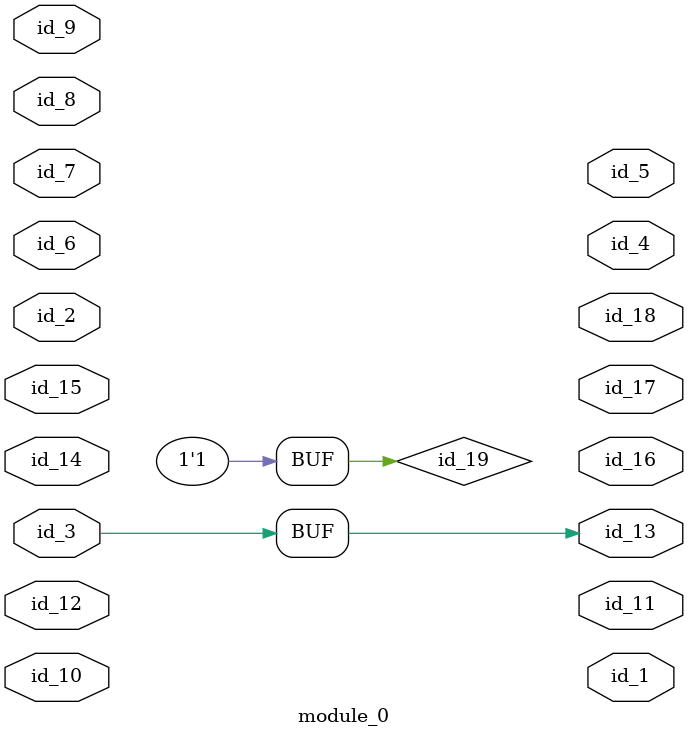
<source format=v>
module module_0 (
    id_1,
    id_2,
    id_3,
    id_4,
    id_5,
    id_6,
    id_7,
    id_8,
    id_9,
    id_10,
    id_11,
    id_12,
    id_13,
    id_14,
    id_15,
    id_16,
    id_17,
    id_18
);
  output wire id_18;
  output wire id_17;
  output wire id_16;
  input wire id_15;
  inout wire id_14;
  output wire id_13;
  inout wire id_12;
  output wire id_11;
  inout wire id_10;
  input wire id_9;
  input wire id_8;
  input wire id_7;
  inout wire id_6;
  output wire id_5;
  output wire id_4;
  inout wire id_3;
  inout wire id_2;
  output wire id_1;
  assign id_13 = id_3;
  wor  id_19;
  wire id_20;
  wire id_21;
  assign id_19 = 1;
endmodule
module module_1;
  wire id_1, id_2;
  module_0 modCall_1 (
      id_2,
      id_1,
      id_1,
      id_2,
      id_2,
      id_1,
      id_2,
      id_2,
      id_2,
      id_2,
      id_1,
      id_1,
      id_1,
      id_2,
      id_1,
      id_1,
      id_1,
      id_2
  );
endmodule

</source>
